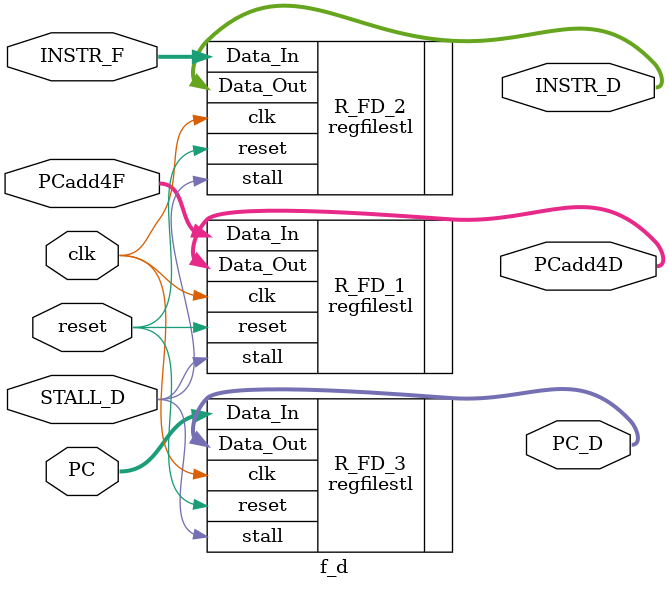
<source format=v>
`timescale 1ns / 1ps
module f_d(
	input  clk,
	input  reset,
	input  STALL_D,
	input  [31:0] PCadd4F,
	input  [31:0] INSTR_F,
	input  [31:0] PC,
	output [31:0] PCadd4D,
	output [31:0] INSTR_D,
	output [31:0] PC_D
    );

regfilestl #(32) R_FD_1 (.clk(clk), .reset(reset), .stall(STALL_D), .Data_In(PCadd4F), .Data_Out(PCadd4D));
regfilestl #(32) R_FD_2 (.clk(clk), .reset(reset), .stall(STALL_D), .Data_In(INSTR_F), .Data_Out(INSTR_D));
regfilestl #(32) R_FD_3 (.clk(clk), .reset(reset), .stall(STALL_D), .Data_In(PC), .Data_Out(PC_D));
endmodule

</source>
